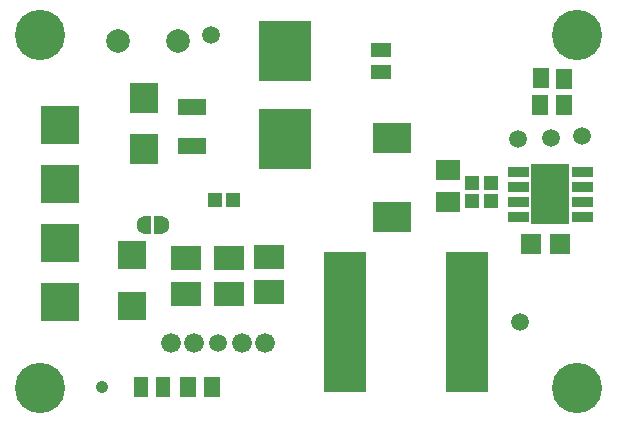
<source format=gts>
G04 DesignSpark PCB Gerber Version 12.0 Build 5942*
%FSLAX35Y35*%
%MOMM*%
%ADD128R,1.15400X1.65400*%
%ADD130R,1.19400X1.27400*%
%ADD114R,1.45400X1.77800*%
%ADD129R,2.40400X2.45400*%
%ADD121R,2.40400X2.55400*%
%ADD118R,3.20400X5.15400*%
%ADD116R,3.60400X11.85400*%
%ADD123R,4.40400X5.08000*%
%ADD112R,3.25400X3.25400*%
%ADD16C,0.02540*%
%ADD110C,1.05400*%
%ADD108C,1.06680*%
%ADD126C,1.49400*%
%ADD134C,1.50990*%
%ADD132C,1.51300*%
%ADD109C,1.67640*%
%ADD122C,2.00400*%
%AMT131*0 Bullet Pad at angle 90*4,1,34,0.63500,-0.75650,0.63500,0.75650,0.12150,0.75650,0.04500,0.75260,-0.03070,0.74100,-0.10490,0.72180,-0.17680,0.69520,-0.24560,0.66150,-0.31060,0.62100,-0.37120,0.57410,-0.42670,0.52130,-0.47660,0.46320,-0.52040,0.40030,-0.55760,0.33330,-0.58780,0.26290,-0.61080,0.18980,-0.62620,0.11470,-0.63400,0.03850,-0.63400,-0.03810,-0.62630,-0.11430,-0.61090,-0.18940,-0.58800,-0.26250,-0.55780,-0.33290,-0.52060,-0.39990,-0.47690,-0.46280,-0.42700,-0.52100,-0.37150,-0.57380,-0.31090,-0.62070,-0.24590,-0.66130,-0.17710,-0.69510,-0.10530,-0.72170,-0.03110,-0.74090,0.04460,-0.75250,0.12150,-0.75650,0.63500,-0.75650,0*%
%ADD131T131*%
%ADD117R,1.80400X0.85400*%
%ADD125R,1.23400X1.17400*%
%ADD127R,1.67400X1.25400*%
%ADD120R,2.45400X1.35400*%
%ADD119R,1.72720X1.67640*%
%ADD124R,2.07400X1.69400*%
%ADD113R,2.50400X2.00400*%
%ADD111C,4.25400*%
%ADD115R,3.32400X2.58400*%
%AMT133*0 Bullet Pad at angle 270*4,1,34,-0.63500,0.75500,-0.63500,-0.75500,-0.12000,-0.75500,-0.04360,-0.75110,0.03200,-0.73950,0.10600,-0.72030,0.17770,-0.69370,0.24630,-0.66000,0.31120,-0.61960,0.37170,-0.57280,0.42710,-0.52010,0.47690,-0.46210,0.52060,-0.39930,0.55770,-0.33240,0.58780,-0.26210,0.61070,-0.18920,0.62610,-0.11430,0.63380,-0.03820,0.63380,0.03830,0.62610,0.11440,0.61070,0.18930,0.58780,0.26220,0.55760,0.33250,0.52050,0.39930,0.47680,0.46200,0.42700,0.52000,0.37160,0.57270,0.31110,0.61950,0.24620,0.65990,0.17760,0.69360,0.10590,0.72010,0.03190,0.73930,-0.04370,0.75090,-0.12000,0.75500,-0.63500,0.75500,0*%
%ADD133T133*%
X0Y0D02*
D02*
D16*
X4285890Y1781130D02*
X4445890D01*
X4446190Y1781030D01*
X4446390D01*
X4446690Y1780930D01*
X4446890D01*
X4447190Y1780830D01*
X4447390Y1780730D01*
X4447690Y1780630D01*
X4447890Y1780430D01*
X4448090Y1780330D01*
X4448290Y1780130D01*
X4448490Y1780030D01*
X4449290Y1779230D01*
X4449390Y1779030D01*
X4449590Y1778830D01*
X4449690Y1778630D01*
X4449890Y1778430D01*
X4449990Y1778130D01*
X4450090Y1777930D01*
X4450190Y1777630D01*
Y1777430D01*
X4450290Y1777130D01*
Y1776930D01*
X4450390Y1776630D01*
Y1711630D01*
X4450290Y1711330D01*
Y1711130D01*
X4450190Y1710830D01*
Y1710630D01*
X4450090Y1710330D01*
X4449990Y1710130D01*
X4449890Y1709830D01*
X4449690Y1709630D01*
X4449590Y1709430D01*
X4449390Y1709230D01*
X4449290Y1709030D01*
X4448490Y1708230D01*
X4448290Y1708130D01*
X4448090Y1707930D01*
X4447890Y1707830D01*
X4447690Y1707630D01*
X4447390Y1707530D01*
X4447190Y1707430D01*
X4446890Y1707330D01*
X4446690D01*
X4446390Y1707230D01*
X4446190D01*
X4445890Y1707130D01*
X4285890D01*
X4285590Y1707230D01*
X4285390D01*
X4285090Y1707330D01*
X4284890D01*
X4284590Y1707430D01*
X4284390Y1707530D01*
X4284090Y1707630D01*
X4283890Y1707830D01*
X4283690Y1707930D01*
X4283490Y1708130D01*
X4283290Y1708230D01*
X4282490Y1709030D01*
X4282390Y1709230D01*
X4282190Y1709430D01*
X4282090Y1709630D01*
X4281890Y1709830D01*
X4281790Y1710130D01*
X4281690Y1710330D01*
X4281590Y1710630D01*
Y1710830D01*
X4281490Y1711130D01*
Y1711330D01*
X4281390Y1711630D01*
Y1776630D01*
X4281490Y1776930D01*
Y1777130D01*
X4281590Y1777430D01*
Y1777630D01*
X4281690Y1777930D01*
X4281790Y1778130D01*
X4281890Y1778430D01*
X4282090Y1778630D01*
X4282190Y1778830D01*
X4282390Y1779030D01*
X4282490Y1779230D01*
X4283290Y1780030D01*
X4283490Y1780130D01*
X4283690Y1780330D01*
X4283890Y1780430D01*
X4284090Y1780630D01*
X4284390Y1780730D01*
X4284590Y1780830D01*
X4284890Y1780930D01*
X4285090D01*
X4285390Y1781030D01*
X4285590D01*
X4285890Y1781130D01*
G36*
X4285890Y1781130D02*
X4445890D01*
X4446190Y1781030D01*
X4446390D01*
X4446690Y1780930D01*
X4446890D01*
X4447190Y1780830D01*
X4447390Y1780730D01*
X4447690Y1780630D01*
X4447890Y1780430D01*
X4448090Y1780330D01*
X4448290Y1780130D01*
X4448490Y1780030D01*
X4449290Y1779230D01*
X4449390Y1779030D01*
X4449590Y1778830D01*
X4449690Y1778630D01*
X4449890Y1778430D01*
X4449990Y1778130D01*
X4450090Y1777930D01*
X4450190Y1777630D01*
Y1777430D01*
X4450290Y1777130D01*
Y1776930D01*
X4450390Y1776630D01*
Y1711630D01*
X4450290Y1711330D01*
Y1711130D01*
X4450190Y1710830D01*
Y1710630D01*
X4450090Y1710330D01*
X4449990Y1710130D01*
X4449890Y1709830D01*
X4449690Y1709630D01*
X4449590Y1709430D01*
X4449390Y1709230D01*
X4449290Y1709030D01*
X4448490Y1708230D01*
X4448290Y1708130D01*
X4448090Y1707930D01*
X4447890Y1707830D01*
X4447690Y1707630D01*
X4447390Y1707530D01*
X4447190Y1707430D01*
X4446890Y1707330D01*
X4446690D01*
X4446390Y1707230D01*
X4446190D01*
X4445890Y1707130D01*
X4285890D01*
X4285590Y1707230D01*
X4285390D01*
X4285090Y1707330D01*
X4284890D01*
X4284590Y1707430D01*
X4284390Y1707530D01*
X4284090Y1707630D01*
X4283890Y1707830D01*
X4283690Y1707930D01*
X4283490Y1708130D01*
X4283290Y1708230D01*
X4282490Y1709030D01*
X4282390Y1709230D01*
X4282190Y1709430D01*
X4282090Y1709630D01*
X4281890Y1709830D01*
X4281790Y1710130D01*
X4281690Y1710330D01*
X4281590Y1710630D01*
Y1710830D01*
X4281490Y1711130D01*
Y1711330D01*
X4281390Y1711630D01*
Y1776630D01*
X4281490Y1776930D01*
Y1777130D01*
X4281590Y1777430D01*
Y1777630D01*
X4281690Y1777930D01*
X4281790Y1778130D01*
X4281890Y1778430D01*
X4282090Y1778630D01*
X4282190Y1778830D01*
X4282390Y1779030D01*
X4282490Y1779230D01*
X4283290Y1780030D01*
X4283490Y1780130D01*
X4283690Y1780330D01*
X4283890Y1780430D01*
X4284090Y1780630D01*
X4284390Y1780730D01*
X4284590Y1780830D01*
X4284890Y1780930D01*
X4285090D01*
X4285390Y1781030D01*
X4285590D01*
X4285890Y1781130D01*
G37*
Y1908130D02*
X4445890D01*
X4446190Y1908030D01*
X4446390D01*
X4446690Y1907930D01*
X4446890D01*
X4447190Y1907830D01*
X4447390Y1907730D01*
X4447690Y1907630D01*
X4447890Y1907430D01*
X4448090Y1907330D01*
X4448290Y1907130D01*
X4448490Y1907030D01*
X4449290Y1906230D01*
X4449390Y1906030D01*
X4449590Y1905830D01*
X4449690Y1905630D01*
X4449890Y1905430D01*
X4449990Y1905130D01*
X4450090Y1904930D01*
X4450190Y1904630D01*
Y1904430D01*
X4450290Y1904130D01*
Y1903930D01*
X4450390Y1903630D01*
Y1838630D01*
X4450290Y1838330D01*
Y1838130D01*
X4450190Y1837830D01*
Y1837630D01*
X4450090Y1837330D01*
X4449990Y1837130D01*
X4449890Y1836830D01*
X4449690Y1836630D01*
X4449590Y1836430D01*
X4449390Y1836230D01*
X4449290Y1836030D01*
X4448490Y1835230D01*
X4448290Y1835130D01*
X4448090Y1834930D01*
X4447890Y1834830D01*
X4447690Y1834630D01*
X4447390Y1834530D01*
X4447190Y1834430D01*
X4446890Y1834330D01*
X4446690D01*
X4446390Y1834230D01*
X4446190D01*
X4445890Y1834130D01*
X4285890D01*
X4285590Y1834230D01*
X4285390D01*
X4285090Y1834330D01*
X4284890D01*
X4284590Y1834430D01*
X4284390Y1834530D01*
X4284090Y1834630D01*
X4283890Y1834830D01*
X4283690Y1834930D01*
X4283490Y1835130D01*
X4283290Y1835230D01*
X4282490Y1836030D01*
X4282390Y1836230D01*
X4282190Y1836430D01*
X4282090Y1836630D01*
X4281890Y1836830D01*
X4281790Y1837130D01*
X4281690Y1837330D01*
X4281590Y1837630D01*
Y1837830D01*
X4281490Y1838130D01*
Y1838330D01*
X4281390Y1838630D01*
Y1903630D01*
X4281490Y1903930D01*
Y1904130D01*
X4281590Y1904430D01*
Y1904630D01*
X4281690Y1904930D01*
X4281790Y1905130D01*
X4281890Y1905430D01*
X4282090Y1905630D01*
X4282190Y1905830D01*
X4282390Y1906030D01*
X4282490Y1906230D01*
X4283290Y1907030D01*
X4283490Y1907130D01*
X4283690Y1907330D01*
X4283890Y1907430D01*
X4284090Y1907630D01*
X4284390Y1907730D01*
X4284590Y1907830D01*
X4284890Y1907930D01*
X4285090D01*
X4285390Y1908030D01*
X4285590D01*
X4285890Y1908130D01*
G36*
X4285890Y1908130D02*
X4445890D01*
X4446190Y1908030D01*
X4446390D01*
X4446690Y1907930D01*
X4446890D01*
X4447190Y1907830D01*
X4447390Y1907730D01*
X4447690Y1907630D01*
X4447890Y1907430D01*
X4448090Y1907330D01*
X4448290Y1907130D01*
X4448490Y1907030D01*
X4449290Y1906230D01*
X4449390Y1906030D01*
X4449590Y1905830D01*
X4449690Y1905630D01*
X4449890Y1905430D01*
X4449990Y1905130D01*
X4450090Y1904930D01*
X4450190Y1904630D01*
Y1904430D01*
X4450290Y1904130D01*
Y1903930D01*
X4450390Y1903630D01*
Y1838630D01*
X4450290Y1838330D01*
Y1838130D01*
X4450190Y1837830D01*
Y1837630D01*
X4450090Y1837330D01*
X4449990Y1837130D01*
X4449890Y1836830D01*
X4449690Y1836630D01*
X4449590Y1836430D01*
X4449390Y1836230D01*
X4449290Y1836030D01*
X4448490Y1835230D01*
X4448290Y1835130D01*
X4448090Y1834930D01*
X4447890Y1834830D01*
X4447690Y1834630D01*
X4447390Y1834530D01*
X4447190Y1834430D01*
X4446890Y1834330D01*
X4446690D01*
X4446390Y1834230D01*
X4446190D01*
X4445890Y1834130D01*
X4285890D01*
X4285590Y1834230D01*
X4285390D01*
X4285090Y1834330D01*
X4284890D01*
X4284590Y1834430D01*
X4284390Y1834530D01*
X4284090Y1834630D01*
X4283890Y1834830D01*
X4283690Y1834930D01*
X4283490Y1835130D01*
X4283290Y1835230D01*
X4282490Y1836030D01*
X4282390Y1836230D01*
X4282190Y1836430D01*
X4282090Y1836630D01*
X4281890Y1836830D01*
X4281790Y1837130D01*
X4281690Y1837330D01*
X4281590Y1837630D01*
Y1837830D01*
X4281490Y1838130D01*
Y1838330D01*
X4281390Y1838630D01*
Y1903630D01*
X4281490Y1903930D01*
Y1904130D01*
X4281590Y1904430D01*
Y1904630D01*
X4281690Y1904930D01*
X4281790Y1905130D01*
X4281890Y1905430D01*
X4282090Y1905630D01*
X4282190Y1905830D01*
X4282390Y1906030D01*
X4282490Y1906230D01*
X4283290Y1907030D01*
X4283490Y1907130D01*
X4283690Y1907330D01*
X4283890Y1907430D01*
X4284090Y1907630D01*
X4284390Y1907730D01*
X4284590Y1907830D01*
X4284890Y1907930D01*
X4285090D01*
X4285390Y1908030D01*
X4285590D01*
X4285890Y1908130D01*
G37*
Y2035130D02*
X4445890D01*
X4446190Y2035030D01*
X4446390D01*
X4446690Y2034930D01*
X4446890D01*
X4447190Y2034830D01*
X4447390Y2034730D01*
X4447690Y2034630D01*
X4447890Y2034430D01*
X4448090Y2034330D01*
X4448290Y2034130D01*
X4448490Y2034030D01*
X4449290Y2033230D01*
X4449390Y2033030D01*
X4449590Y2032830D01*
X4449690Y2032630D01*
X4449890Y2032430D01*
X4449990Y2032130D01*
X4450090Y2031930D01*
X4450190Y2031630D01*
Y2031430D01*
X4450290Y2031130D01*
Y2030930D01*
X4450390Y2030630D01*
Y1965630D01*
X4450290Y1965330D01*
Y1965130D01*
X4450190Y1964830D01*
Y1964630D01*
X4450090Y1964330D01*
X4449990Y1964130D01*
X4449890Y1963830D01*
X4449690Y1963630D01*
X4449590Y1963430D01*
X4449390Y1963230D01*
X4449290Y1963030D01*
X4448490Y1962230D01*
X4448290Y1962130D01*
X4448090Y1961930D01*
X4447890Y1961830D01*
X4447690Y1961630D01*
X4447390Y1961530D01*
X4447190Y1961430D01*
X4446890Y1961330D01*
X4446690D01*
X4446390Y1961230D01*
X4446190D01*
X4445890Y1961130D01*
X4285890D01*
X4285590Y1961230D01*
X4285390D01*
X4285090Y1961330D01*
X4284890D01*
X4284590Y1961430D01*
X4284390Y1961530D01*
X4284090Y1961630D01*
X4283890Y1961830D01*
X4283690Y1961930D01*
X4283490Y1962130D01*
X4283290Y1962230D01*
X4282490Y1963030D01*
X4282390Y1963230D01*
X4282190Y1963430D01*
X4282090Y1963630D01*
X4281890Y1963830D01*
X4281790Y1964130D01*
X4281690Y1964330D01*
X4281590Y1964630D01*
Y1964830D01*
X4281490Y1965130D01*
Y1965330D01*
X4281390Y1965630D01*
Y2030630D01*
X4281490Y2030930D01*
Y2031130D01*
X4281590Y2031430D01*
Y2031630D01*
X4281690Y2031930D01*
X4281790Y2032130D01*
X4281890Y2032430D01*
X4282090Y2032630D01*
X4282190Y2032830D01*
X4282390Y2033030D01*
X4282490Y2033230D01*
X4283290Y2034030D01*
X4283490Y2034130D01*
X4283690Y2034330D01*
X4283890Y2034430D01*
X4284090Y2034630D01*
X4284390Y2034730D01*
X4284590Y2034830D01*
X4284890Y2034930D01*
X4285090D01*
X4285390Y2035030D01*
X4285590D01*
X4285890Y2035130D01*
G36*
X4285890Y2035130D02*
X4445890D01*
X4446190Y2035030D01*
X4446390D01*
X4446690Y2034930D01*
X4446890D01*
X4447190Y2034830D01*
X4447390Y2034730D01*
X4447690Y2034630D01*
X4447890Y2034430D01*
X4448090Y2034330D01*
X4448290Y2034130D01*
X4448490Y2034030D01*
X4449290Y2033230D01*
X4449390Y2033030D01*
X4449590Y2032830D01*
X4449690Y2032630D01*
X4449890Y2032430D01*
X4449990Y2032130D01*
X4450090Y2031930D01*
X4450190Y2031630D01*
Y2031430D01*
X4450290Y2031130D01*
Y2030930D01*
X4450390Y2030630D01*
Y1965630D01*
X4450290Y1965330D01*
Y1965130D01*
X4450190Y1964830D01*
Y1964630D01*
X4450090Y1964330D01*
X4449990Y1964130D01*
X4449890Y1963830D01*
X4449690Y1963630D01*
X4449590Y1963430D01*
X4449390Y1963230D01*
X4449290Y1963030D01*
X4448490Y1962230D01*
X4448290Y1962130D01*
X4448090Y1961930D01*
X4447890Y1961830D01*
X4447690Y1961630D01*
X4447390Y1961530D01*
X4447190Y1961430D01*
X4446890Y1961330D01*
X4446690D01*
X4446390Y1961230D01*
X4446190D01*
X4445890Y1961130D01*
X4285890D01*
X4285590Y1961230D01*
X4285390D01*
X4285090Y1961330D01*
X4284890D01*
X4284590Y1961430D01*
X4284390Y1961530D01*
X4284090Y1961630D01*
X4283890Y1961830D01*
X4283690Y1961930D01*
X4283490Y1962130D01*
X4283290Y1962230D01*
X4282490Y1963030D01*
X4282390Y1963230D01*
X4282190Y1963430D01*
X4282090Y1963630D01*
X4281890Y1963830D01*
X4281790Y1964130D01*
X4281690Y1964330D01*
X4281590Y1964630D01*
Y1964830D01*
X4281490Y1965130D01*
Y1965330D01*
X4281390Y1965630D01*
Y2030630D01*
X4281490Y2030930D01*
Y2031130D01*
X4281590Y2031430D01*
Y2031630D01*
X4281690Y2031930D01*
X4281790Y2032130D01*
X4281890Y2032430D01*
X4282090Y2032630D01*
X4282190Y2032830D01*
X4282390Y2033030D01*
X4282490Y2033230D01*
X4283290Y2034030D01*
X4283490Y2034130D01*
X4283690Y2034330D01*
X4283890Y2034430D01*
X4284090Y2034630D01*
X4284390Y2034730D01*
X4284590Y2034830D01*
X4284890Y2034930D01*
X4285090D01*
X4285390Y2035030D01*
X4285590D01*
X4285890Y2035130D01*
G37*
Y2162130D02*
X4445890D01*
X4446190Y2162030D01*
X4446390D01*
X4446690Y2161930D01*
X4446890D01*
X4447190Y2161830D01*
X4447390Y2161730D01*
X4447690Y2161630D01*
X4447890Y2161430D01*
X4448090Y2161330D01*
X4448290Y2161130D01*
X4448490Y2161030D01*
X4449290Y2160230D01*
X4449390Y2160030D01*
X4449590Y2159830D01*
X4449690Y2159630D01*
X4449890Y2159430D01*
X4449990Y2159130D01*
X4450090Y2158930D01*
X4450190Y2158630D01*
Y2158430D01*
X4450290Y2158130D01*
Y2157930D01*
X4450390Y2157630D01*
Y2092630D01*
X4450290Y2092330D01*
Y2092130D01*
X4450190Y2091830D01*
Y2091630D01*
X4450090Y2091330D01*
X4449990Y2091130D01*
X4449890Y2090830D01*
X4449690Y2090630D01*
X4449590Y2090430D01*
X4449390Y2090230D01*
X4449290Y2090030D01*
X4448490Y2089230D01*
X4448290Y2089130D01*
X4448090Y2088930D01*
X4447890Y2088830D01*
X4447690Y2088630D01*
X4447390Y2088530D01*
X4447190Y2088430D01*
X4446890Y2088330D01*
X4446690D01*
X4446390Y2088230D01*
X4446190D01*
X4445890Y2088130D01*
X4285890D01*
X4285590Y2088230D01*
X4285390D01*
X4285090Y2088330D01*
X4284890D01*
X4284590Y2088430D01*
X4284390Y2088530D01*
X4284090Y2088630D01*
X4283890Y2088830D01*
X4283690Y2088930D01*
X4283490Y2089130D01*
X4283290Y2089230D01*
X4282490Y2090030D01*
X4282390Y2090230D01*
X4282190Y2090430D01*
X4282090Y2090630D01*
X4281890Y2090830D01*
X4281790Y2091130D01*
X4281690Y2091330D01*
X4281590Y2091630D01*
Y2091830D01*
X4281490Y2092130D01*
Y2092330D01*
X4281390Y2092630D01*
Y2157630D01*
X4281490Y2157930D01*
Y2158130D01*
X4281590Y2158430D01*
Y2158630D01*
X4281690Y2158930D01*
X4281790Y2159130D01*
X4281890Y2159430D01*
X4282090Y2159630D01*
X4282190Y2159830D01*
X4282390Y2160030D01*
X4282490Y2160230D01*
X4283290Y2161030D01*
X4283490Y2161130D01*
X4283690Y2161330D01*
X4283890Y2161430D01*
X4284090Y2161630D01*
X4284390Y2161730D01*
X4284590Y2161830D01*
X4284890Y2161930D01*
X4285090D01*
X4285390Y2162030D01*
X4285590D01*
X4285890Y2162130D01*
G36*
X4285890Y2162130D02*
X4445890D01*
X4446190Y2162030D01*
X4446390D01*
X4446690Y2161930D01*
X4446890D01*
X4447190Y2161830D01*
X4447390Y2161730D01*
X4447690Y2161630D01*
X4447890Y2161430D01*
X4448090Y2161330D01*
X4448290Y2161130D01*
X4448490Y2161030D01*
X4449290Y2160230D01*
X4449390Y2160030D01*
X4449590Y2159830D01*
X4449690Y2159630D01*
X4449890Y2159430D01*
X4449990Y2159130D01*
X4450090Y2158930D01*
X4450190Y2158630D01*
Y2158430D01*
X4450290Y2158130D01*
Y2157930D01*
X4450390Y2157630D01*
Y2092630D01*
X4450290Y2092330D01*
Y2092130D01*
X4450190Y2091830D01*
Y2091630D01*
X4450090Y2091330D01*
X4449990Y2091130D01*
X4449890Y2090830D01*
X4449690Y2090630D01*
X4449590Y2090430D01*
X4449390Y2090230D01*
X4449290Y2090030D01*
X4448490Y2089230D01*
X4448290Y2089130D01*
X4448090Y2088930D01*
X4447890Y2088830D01*
X4447690Y2088630D01*
X4447390Y2088530D01*
X4447190Y2088430D01*
X4446890Y2088330D01*
X4446690D01*
X4446390Y2088230D01*
X4446190D01*
X4445890Y2088130D01*
X4285890D01*
X4285590Y2088230D01*
X4285390D01*
X4285090Y2088330D01*
X4284890D01*
X4284590Y2088430D01*
X4284390Y2088530D01*
X4284090Y2088630D01*
X4283890Y2088830D01*
X4283690Y2088930D01*
X4283490Y2089130D01*
X4283290Y2089230D01*
X4282490Y2090030D01*
X4282390Y2090230D01*
X4282190Y2090430D01*
X4282090Y2090630D01*
X4281890Y2090830D01*
X4281790Y2091130D01*
X4281690Y2091330D01*
X4281590Y2091630D01*
Y2091830D01*
X4281490Y2092130D01*
Y2092330D01*
X4281390Y2092630D01*
Y2157630D01*
X4281490Y2157930D01*
Y2158130D01*
X4281590Y2158430D01*
Y2158630D01*
X4281690Y2158930D01*
X4281790Y2159130D01*
X4281890Y2159430D01*
X4282090Y2159630D01*
X4282190Y2159830D01*
X4282390Y2160030D01*
X4282490Y2160230D01*
X4283290Y2161030D01*
X4283490Y2161130D01*
X4283690Y2161330D01*
X4283890Y2161430D01*
X4284090Y2161630D01*
X4284390Y2161730D01*
X4284590Y2161830D01*
X4284890Y2161930D01*
X4285090D01*
X4285390Y2162030D01*
X4285590D01*
X4285890Y2162130D01*
G37*
X4765890Y1779630D02*
X4505890D01*
Y2089630D01*
X4765890D01*
Y1779630D01*
G36*
X4765890Y1779630D02*
X4505890D01*
Y2089630D01*
X4765890D01*
Y1779630D01*
G37*
X4825890Y1781130D02*
X4985890D01*
X4986190Y1781030D01*
X4986390D01*
X4986690Y1780930D01*
X4986890D01*
X4987190Y1780830D01*
X4987390Y1780730D01*
X4987690Y1780630D01*
X4987890Y1780430D01*
X4988090Y1780330D01*
X4988290Y1780130D01*
X4988490Y1780030D01*
X4989290Y1779230D01*
X4989390Y1779030D01*
X4989590Y1778830D01*
X4989690Y1778630D01*
X4989890Y1778430D01*
X4989990Y1778130D01*
X4990090Y1777930D01*
X4990190Y1777630D01*
Y1777430D01*
X4990290Y1777130D01*
Y1776930D01*
X4990390Y1776630D01*
Y1711630D01*
X4990290Y1711330D01*
Y1711130D01*
X4990190Y1710830D01*
Y1710630D01*
X4990090Y1710330D01*
X4989990Y1710130D01*
X4989890Y1709830D01*
X4989690Y1709630D01*
X4989590Y1709430D01*
X4989390Y1709230D01*
X4989290Y1709030D01*
X4988490Y1708230D01*
X4988290Y1708130D01*
X4988090Y1707930D01*
X4987890Y1707830D01*
X4987690Y1707630D01*
X4987390Y1707530D01*
X4987190Y1707430D01*
X4986890Y1707330D01*
X4986690D01*
X4986390Y1707230D01*
X4986190D01*
X4985890Y1707130D01*
X4825890D01*
X4825590Y1707230D01*
X4825390D01*
X4825090Y1707330D01*
X4824890D01*
X4824590Y1707430D01*
X4824390Y1707530D01*
X4824090Y1707630D01*
X4823890Y1707830D01*
X4823690Y1707930D01*
X4823490Y1708130D01*
X4823290Y1708230D01*
X4822490Y1709030D01*
X4822390Y1709230D01*
X4822190Y1709430D01*
X4822090Y1709630D01*
X4821890Y1709830D01*
X4821790Y1710130D01*
X4821690Y1710330D01*
X4821590Y1710630D01*
Y1710830D01*
X4821490Y1711130D01*
Y1711330D01*
X4821390Y1711630D01*
Y1776630D01*
X4821490Y1776930D01*
Y1777130D01*
X4821590Y1777430D01*
Y1777630D01*
X4821690Y1777930D01*
X4821790Y1778130D01*
X4821890Y1778430D01*
X4822090Y1778630D01*
X4822190Y1778830D01*
X4822390Y1779030D01*
X4822490Y1779230D01*
X4823290Y1780030D01*
X4823490Y1780130D01*
X4823690Y1780330D01*
X4823890Y1780430D01*
X4824090Y1780630D01*
X4824390Y1780730D01*
X4824590Y1780830D01*
X4824890Y1780930D01*
X4825090D01*
X4825390Y1781030D01*
X4825590D01*
X4825890Y1781130D01*
G36*
X4825890Y1781130D02*
X4985890D01*
X4986190Y1781030D01*
X4986390D01*
X4986690Y1780930D01*
X4986890D01*
X4987190Y1780830D01*
X4987390Y1780730D01*
X4987690Y1780630D01*
X4987890Y1780430D01*
X4988090Y1780330D01*
X4988290Y1780130D01*
X4988490Y1780030D01*
X4989290Y1779230D01*
X4989390Y1779030D01*
X4989590Y1778830D01*
X4989690Y1778630D01*
X4989890Y1778430D01*
X4989990Y1778130D01*
X4990090Y1777930D01*
X4990190Y1777630D01*
Y1777430D01*
X4990290Y1777130D01*
Y1776930D01*
X4990390Y1776630D01*
Y1711630D01*
X4990290Y1711330D01*
Y1711130D01*
X4990190Y1710830D01*
Y1710630D01*
X4990090Y1710330D01*
X4989990Y1710130D01*
X4989890Y1709830D01*
X4989690Y1709630D01*
X4989590Y1709430D01*
X4989390Y1709230D01*
X4989290Y1709030D01*
X4988490Y1708230D01*
X4988290Y1708130D01*
X4988090Y1707930D01*
X4987890Y1707830D01*
X4987690Y1707630D01*
X4987390Y1707530D01*
X4987190Y1707430D01*
X4986890Y1707330D01*
X4986690D01*
X4986390Y1707230D01*
X4986190D01*
X4985890Y1707130D01*
X4825890D01*
X4825590Y1707230D01*
X4825390D01*
X4825090Y1707330D01*
X4824890D01*
X4824590Y1707430D01*
X4824390Y1707530D01*
X4824090Y1707630D01*
X4823890Y1707830D01*
X4823690Y1707930D01*
X4823490Y1708130D01*
X4823290Y1708230D01*
X4822490Y1709030D01*
X4822390Y1709230D01*
X4822190Y1709430D01*
X4822090Y1709630D01*
X4821890Y1709830D01*
X4821790Y1710130D01*
X4821690Y1710330D01*
X4821590Y1710630D01*
Y1710830D01*
X4821490Y1711130D01*
Y1711330D01*
X4821390Y1711630D01*
Y1776630D01*
X4821490Y1776930D01*
Y1777130D01*
X4821590Y1777430D01*
Y1777630D01*
X4821690Y1777930D01*
X4821790Y1778130D01*
X4821890Y1778430D01*
X4822090Y1778630D01*
X4822190Y1778830D01*
X4822390Y1779030D01*
X4822490Y1779230D01*
X4823290Y1780030D01*
X4823490Y1780130D01*
X4823690Y1780330D01*
X4823890Y1780430D01*
X4824090Y1780630D01*
X4824390Y1780730D01*
X4824590Y1780830D01*
X4824890Y1780930D01*
X4825090D01*
X4825390Y1781030D01*
X4825590D01*
X4825890Y1781130D01*
G37*
Y1908130D02*
X4985890D01*
X4986190Y1908030D01*
X4986390D01*
X4986690Y1907930D01*
X4986890D01*
X4987190Y1907830D01*
X4987390Y1907730D01*
X4987690Y1907630D01*
X4987890Y1907430D01*
X4988090Y1907330D01*
X4988290Y1907130D01*
X4988490Y1907030D01*
X4989290Y1906230D01*
X4989390Y1906030D01*
X4989590Y1905830D01*
X4989690Y1905630D01*
X4989890Y1905430D01*
X4989990Y1905130D01*
X4990090Y1904930D01*
X4990190Y1904630D01*
Y1904430D01*
X4990290Y1904130D01*
Y1903930D01*
X4990390Y1903630D01*
Y1838630D01*
X4990290Y1838330D01*
Y1838130D01*
X4990190Y1837830D01*
Y1837630D01*
X4990090Y1837330D01*
X4989990Y1837130D01*
X4989890Y1836830D01*
X4989690Y1836630D01*
X4989590Y1836430D01*
X4989390Y1836230D01*
X4989290Y1836030D01*
X4988490Y1835230D01*
X4988290Y1835130D01*
X4988090Y1834930D01*
X4987890Y1834830D01*
X4987690Y1834630D01*
X4987390Y1834530D01*
X4987190Y1834430D01*
X4986890Y1834330D01*
X4986690D01*
X4986390Y1834230D01*
X4986190D01*
X4985890Y1834130D01*
X4825890D01*
X4825590Y1834230D01*
X4825390D01*
X4825090Y1834330D01*
X4824890D01*
X4824590Y1834430D01*
X4824390Y1834530D01*
X4824090Y1834630D01*
X4823890Y1834830D01*
X4823690Y1834930D01*
X4823490Y1835130D01*
X4823290Y1835230D01*
X4822490Y1836030D01*
X4822390Y1836230D01*
X4822190Y1836430D01*
X4822090Y1836630D01*
X4821890Y1836830D01*
X4821790Y1837130D01*
X4821690Y1837330D01*
X4821590Y1837630D01*
Y1837830D01*
X4821490Y1838130D01*
Y1838330D01*
X4821390Y1838630D01*
Y1903630D01*
X4821490Y1903930D01*
Y1904130D01*
X4821590Y1904430D01*
Y1904630D01*
X4821690Y1904930D01*
X4821790Y1905130D01*
X4821890Y1905430D01*
X4822090Y1905630D01*
X4822190Y1905830D01*
X4822390Y1906030D01*
X4822490Y1906230D01*
X4823290Y1907030D01*
X4823490Y1907130D01*
X4823690Y1907330D01*
X4823890Y1907430D01*
X4824090Y1907630D01*
X4824390Y1907730D01*
X4824590Y1907830D01*
X4824890Y1907930D01*
X4825090D01*
X4825390Y1908030D01*
X4825590D01*
X4825890Y1908130D01*
G36*
X4825890Y1908130D02*
X4985890D01*
X4986190Y1908030D01*
X4986390D01*
X4986690Y1907930D01*
X4986890D01*
X4987190Y1907830D01*
X4987390Y1907730D01*
X4987690Y1907630D01*
X4987890Y1907430D01*
X4988090Y1907330D01*
X4988290Y1907130D01*
X4988490Y1907030D01*
X4989290Y1906230D01*
X4989390Y1906030D01*
X4989590Y1905830D01*
X4989690Y1905630D01*
X4989890Y1905430D01*
X4989990Y1905130D01*
X4990090Y1904930D01*
X4990190Y1904630D01*
Y1904430D01*
X4990290Y1904130D01*
Y1903930D01*
X4990390Y1903630D01*
Y1838630D01*
X4990290Y1838330D01*
Y1838130D01*
X4990190Y1837830D01*
Y1837630D01*
X4990090Y1837330D01*
X4989990Y1837130D01*
X4989890Y1836830D01*
X4989690Y1836630D01*
X4989590Y1836430D01*
X4989390Y1836230D01*
X4989290Y1836030D01*
X4988490Y1835230D01*
X4988290Y1835130D01*
X4988090Y1834930D01*
X4987890Y1834830D01*
X4987690Y1834630D01*
X4987390Y1834530D01*
X4987190Y1834430D01*
X4986890Y1834330D01*
X4986690D01*
X4986390Y1834230D01*
X4986190D01*
X4985890Y1834130D01*
X4825890D01*
X4825590Y1834230D01*
X4825390D01*
X4825090Y1834330D01*
X4824890D01*
X4824590Y1834430D01*
X4824390Y1834530D01*
X4824090Y1834630D01*
X4823890Y1834830D01*
X4823690Y1834930D01*
X4823490Y1835130D01*
X4823290Y1835230D01*
X4822490Y1836030D01*
X4822390Y1836230D01*
X4822190Y1836430D01*
X4822090Y1836630D01*
X4821890Y1836830D01*
X4821790Y1837130D01*
X4821690Y1837330D01*
X4821590Y1837630D01*
Y1837830D01*
X4821490Y1838130D01*
Y1838330D01*
X4821390Y1838630D01*
Y1903630D01*
X4821490Y1903930D01*
Y1904130D01*
X4821590Y1904430D01*
Y1904630D01*
X4821690Y1904930D01*
X4821790Y1905130D01*
X4821890Y1905430D01*
X4822090Y1905630D01*
X4822190Y1905830D01*
X4822390Y1906030D01*
X4822490Y1906230D01*
X4823290Y1907030D01*
X4823490Y1907130D01*
X4823690Y1907330D01*
X4823890Y1907430D01*
X4824090Y1907630D01*
X4824390Y1907730D01*
X4824590Y1907830D01*
X4824890Y1907930D01*
X4825090D01*
X4825390Y1908030D01*
X4825590D01*
X4825890Y1908130D01*
G37*
Y2035130D02*
X4985890D01*
X4986190Y2035030D01*
X4986390D01*
X4986690Y2034930D01*
X4986890D01*
X4987190Y2034830D01*
X4987390Y2034730D01*
X4987690Y2034630D01*
X4987890Y2034430D01*
X4988090Y2034330D01*
X4988290Y2034130D01*
X4988490Y2034030D01*
X4989290Y2033230D01*
X4989390Y2033030D01*
X4989590Y2032830D01*
X4989690Y2032630D01*
X4989890Y2032430D01*
X4989990Y2032130D01*
X4990090Y2031930D01*
X4990190Y2031630D01*
Y2031430D01*
X4990290Y2031130D01*
Y2030930D01*
X4990390Y2030630D01*
Y1965630D01*
X4990290Y1965330D01*
Y1965130D01*
X4990190Y1964830D01*
Y1964630D01*
X4990090Y1964330D01*
X4989990Y1964130D01*
X4989890Y1963830D01*
X4989690Y1963630D01*
X4989590Y1963430D01*
X4989390Y1963230D01*
X4989290Y1963030D01*
X4988490Y1962230D01*
X4988290Y1962130D01*
X4988090Y1961930D01*
X4987890Y1961830D01*
X4987690Y1961630D01*
X4987390Y1961530D01*
X4987190Y1961430D01*
X4986890Y1961330D01*
X4986690D01*
X4986390Y1961230D01*
X4986190D01*
X4985890Y1961130D01*
X4825890D01*
X4825590Y1961230D01*
X4825390D01*
X4825090Y1961330D01*
X4824890D01*
X4824590Y1961430D01*
X4824390Y1961530D01*
X4824090Y1961630D01*
X4823890Y1961830D01*
X4823690Y1961930D01*
X4823490Y1962130D01*
X4823290Y1962230D01*
X4822490Y1963030D01*
X4822390Y1963230D01*
X4822190Y1963430D01*
X4822090Y1963630D01*
X4821890Y1963830D01*
X4821790Y1964130D01*
X4821690Y1964330D01*
X4821590Y1964630D01*
Y1964830D01*
X4821490Y1965130D01*
Y1965330D01*
X4821390Y1965630D01*
Y2030630D01*
X4821490Y2030930D01*
Y2031130D01*
X4821590Y2031430D01*
Y2031630D01*
X4821690Y2031930D01*
X4821790Y2032130D01*
X4821890Y2032430D01*
X4822090Y2032630D01*
X4822190Y2032830D01*
X4822390Y2033030D01*
X4822490Y2033230D01*
X4823290Y2034030D01*
X4823490Y2034130D01*
X4823690Y2034330D01*
X4823890Y2034430D01*
X4824090Y2034630D01*
X4824390Y2034730D01*
X4824590Y2034830D01*
X4824890Y2034930D01*
X4825090D01*
X4825390Y2035030D01*
X4825590D01*
X4825890Y2035130D01*
G36*
X4825890Y2035130D02*
X4985890D01*
X4986190Y2035030D01*
X4986390D01*
X4986690Y2034930D01*
X4986890D01*
X4987190Y2034830D01*
X4987390Y2034730D01*
X4987690Y2034630D01*
X4987890Y2034430D01*
X4988090Y2034330D01*
X4988290Y2034130D01*
X4988490Y2034030D01*
X4989290Y2033230D01*
X4989390Y2033030D01*
X4989590Y2032830D01*
X4989690Y2032630D01*
X4989890Y2032430D01*
X4989990Y2032130D01*
X4990090Y2031930D01*
X4990190Y2031630D01*
Y2031430D01*
X4990290Y2031130D01*
Y2030930D01*
X4990390Y2030630D01*
Y1965630D01*
X4990290Y1965330D01*
Y1965130D01*
X4990190Y1964830D01*
Y1964630D01*
X4990090Y1964330D01*
X4989990Y1964130D01*
X4989890Y1963830D01*
X4989690Y1963630D01*
X4989590Y1963430D01*
X4989390Y1963230D01*
X4989290Y1963030D01*
X4988490Y1962230D01*
X4988290Y1962130D01*
X4988090Y1961930D01*
X4987890Y1961830D01*
X4987690Y1961630D01*
X4987390Y1961530D01*
X4987190Y1961430D01*
X4986890Y1961330D01*
X4986690D01*
X4986390Y1961230D01*
X4986190D01*
X4985890Y1961130D01*
X4825890D01*
X4825590Y1961230D01*
X4825390D01*
X4825090Y1961330D01*
X4824890D01*
X4824590Y1961430D01*
X4824390Y1961530D01*
X4824090Y1961630D01*
X4823890Y1961830D01*
X4823690Y1961930D01*
X4823490Y1962130D01*
X4823290Y1962230D01*
X4822490Y1963030D01*
X4822390Y1963230D01*
X4822190Y1963430D01*
X4822090Y1963630D01*
X4821890Y1963830D01*
X4821790Y1964130D01*
X4821690Y1964330D01*
X4821590Y1964630D01*
Y1964830D01*
X4821490Y1965130D01*
Y1965330D01*
X4821390Y1965630D01*
Y2030630D01*
X4821490Y2030930D01*
Y2031130D01*
X4821590Y2031430D01*
Y2031630D01*
X4821690Y2031930D01*
X4821790Y2032130D01*
X4821890Y2032430D01*
X4822090Y2032630D01*
X4822190Y2032830D01*
X4822390Y2033030D01*
X4822490Y2033230D01*
X4823290Y2034030D01*
X4823490Y2034130D01*
X4823690Y2034330D01*
X4823890Y2034430D01*
X4824090Y2034630D01*
X4824390Y2034730D01*
X4824590Y2034830D01*
X4824890Y2034930D01*
X4825090D01*
X4825390Y2035030D01*
X4825590D01*
X4825890Y2035130D01*
G37*
Y2162130D02*
X4985890D01*
X4986190Y2162030D01*
X4986390D01*
X4986690Y2161930D01*
X4986890D01*
X4987190Y2161830D01*
X4987390Y2161730D01*
X4987690Y2161630D01*
X4987890Y2161430D01*
X4988090Y2161330D01*
X4988290Y2161130D01*
X4988490Y2161030D01*
X4989290Y2160230D01*
X4989390Y2160030D01*
X4989590Y2159830D01*
X4989690Y2159630D01*
X4989890Y2159430D01*
X4989990Y2159130D01*
X4990090Y2158930D01*
X4990190Y2158630D01*
Y2158430D01*
X4990290Y2158130D01*
Y2157930D01*
X4990390Y2157630D01*
Y2092630D01*
X4990290Y2092330D01*
Y2092130D01*
X4990190Y2091830D01*
Y2091630D01*
X4990090Y2091330D01*
X4989990Y2091130D01*
X4989890Y2090830D01*
X4989690Y2090630D01*
X4989590Y2090430D01*
X4989390Y2090230D01*
X4989290Y2090030D01*
X4988490Y2089230D01*
X4988290Y2089130D01*
X4988090Y2088930D01*
X4987890Y2088830D01*
X4987690Y2088630D01*
X4987390Y2088530D01*
X4987190Y2088430D01*
X4986890Y2088330D01*
X4986690D01*
X4986390Y2088230D01*
X4986190D01*
X4985890Y2088130D01*
X4825890D01*
X4825590Y2088230D01*
X4825390D01*
X4825090Y2088330D01*
X4824890D01*
X4824590Y2088430D01*
X4824390Y2088530D01*
X4824090Y2088630D01*
X4823890Y2088830D01*
X4823690Y2088930D01*
X4823490Y2089130D01*
X4823290Y2089230D01*
X4822490Y2090030D01*
X4822390Y2090230D01*
X4822190Y2090430D01*
X4822090Y2090630D01*
X4821890Y2090830D01*
X4821790Y2091130D01*
X4821690Y2091330D01*
X4821590Y2091630D01*
Y2091830D01*
X4821490Y2092130D01*
Y2092330D01*
X4821390Y2092630D01*
Y2157630D01*
X4821490Y2157930D01*
Y2158130D01*
X4821590Y2158430D01*
Y2158630D01*
X4821690Y2158930D01*
X4821790Y2159130D01*
X4821890Y2159430D01*
X4822090Y2159630D01*
X4822190Y2159830D01*
X4822390Y2160030D01*
X4822490Y2160230D01*
X4823290Y2161030D01*
X4823490Y2161130D01*
X4823690Y2161330D01*
X4823890Y2161430D01*
X4824090Y2161630D01*
X4824390Y2161730D01*
X4824590Y2161830D01*
X4824890Y2161930D01*
X4825090D01*
X4825390Y2162030D01*
X4825590D01*
X4825890Y2162130D01*
G36*
X4825890Y2162130D02*
X4985890D01*
X4986190Y2162030D01*
X4986390D01*
X4986690Y2161930D01*
X4986890D01*
X4987190Y2161830D01*
X4987390Y2161730D01*
X4987690Y2161630D01*
X4987890Y2161430D01*
X4988090Y2161330D01*
X4988290Y2161130D01*
X4988490Y2161030D01*
X4989290Y2160230D01*
X4989390Y2160030D01*
X4989590Y2159830D01*
X4989690Y2159630D01*
X4989890Y2159430D01*
X4989990Y2159130D01*
X4990090Y2158930D01*
X4990190Y2158630D01*
Y2158430D01*
X4990290Y2158130D01*
Y2157930D01*
X4990390Y2157630D01*
Y2092630D01*
X4990290Y2092330D01*
Y2092130D01*
X4990190Y2091830D01*
Y2091630D01*
X4990090Y2091330D01*
X4989990Y2091130D01*
X4989890Y2090830D01*
X4989690Y2090630D01*
X4989590Y2090430D01*
X4989390Y2090230D01*
X4989290Y2090030D01*
X4988490Y2089230D01*
X4988290Y2089130D01*
X4988090Y2088930D01*
X4987890Y2088830D01*
X4987690Y2088630D01*
X4987390Y2088530D01*
X4987190Y2088430D01*
X4986890Y2088330D01*
X4986690D01*
X4986390Y2088230D01*
X4986190D01*
X4985890Y2088130D01*
X4825890D01*
X4825590Y2088230D01*
X4825390D01*
X4825090Y2088330D01*
X4824890D01*
X4824590Y2088430D01*
X4824390Y2088530D01*
X4824090Y2088630D01*
X4823890Y2088830D01*
X4823690Y2088930D01*
X4823490Y2089130D01*
X4823290Y2089230D01*
X4822490Y2090030D01*
X4822390Y2090230D01*
X4822190Y2090430D01*
X4822090Y2090630D01*
X4821890Y2090830D01*
X4821790Y2091130D01*
X4821690Y2091330D01*
X4821590Y2091630D01*
Y2091830D01*
X4821490Y2092130D01*
Y2092330D01*
X4821390Y2092630D01*
Y2157630D01*
X4821490Y2157930D01*
Y2158130D01*
X4821590Y2158430D01*
Y2158630D01*
X4821690Y2158930D01*
X4821790Y2159130D01*
X4821890Y2159430D01*
X4822090Y2159630D01*
X4822190Y2159830D01*
X4822390Y2160030D01*
X4822490Y2160230D01*
X4823290Y2161030D01*
X4823490Y2161130D01*
X4823690Y2161330D01*
X4823890Y2161430D01*
X4824090Y2161630D01*
X4824390Y2161730D01*
X4824590Y2161830D01*
X4824890Y2161930D01*
X4825090D01*
X4825390Y2162030D01*
X4825590D01*
X4825890Y2162130D01*
G37*
D02*
D108*
X845890Y304630D03*
X1605890Y2339630D03*
X4555890Y2694630D03*
Y2904630D03*
D02*
D109*
X1425900Y674630D03*
X1625890D03*
X2025890D03*
X2225890D03*
X2395530Y2401120D03*
X3775890Y1871030D03*
D02*
D110*
X4567890Y1784630D03*
Y1934630D03*
Y2084630D03*
X4697890Y1784630D03*
Y1934630D03*
Y2084630D03*
D02*
D111*
X316350Y296350D03*
Y3286350D03*
X4866350Y296350D03*
Y3286350D03*
D02*
D112*
X485890Y1024630D03*
Y1524630D03*
X486350Y2024630D03*
Y2524630D03*
D02*
D113*
X1555890Y1094630D03*
Y1394630D03*
X1915890Y1094630D03*
Y1394630D03*
X2255900Y1104630D03*
Y1404630D03*
D02*
D114*
X1574890Y304630D03*
X1774890Y303630D03*
X4554890Y2694630D03*
X4556890Y2915630D03*
X4754890Y2693630D03*
X4756890Y2914630D03*
D02*
D115*
X3295890Y1738130D03*
Y2411130D03*
D02*
D116*
X2900890Y854630D03*
X3930890D03*
D02*
D117*
X4365890Y1744130D03*
Y1871130D03*
Y1998130D03*
Y2125130D03*
X4905890Y1744130D03*
Y1871130D03*
Y1998130D03*
Y2125130D03*
D02*
D118*
X4635890Y1934630D03*
D02*
D119*
X4476430Y1512410D03*
X4717430D03*
D02*
D120*
X1605890Y2339630D03*
Y2669630D03*
D02*
D121*
X1195890Y2319630D03*
Y2749630D03*
D02*
D122*
X975890Y3234630D03*
X1483890D03*
D02*
D123*
X2395530Y2401120D03*
Y3148020D03*
D02*
D124*
X3775890Y1871030D03*
Y2138230D03*
D02*
D125*
X3975890Y1877130D03*
Y2032130D03*
X4135890Y1877130D03*
Y2032130D03*
D02*
D126*
X1765890Y3284630D03*
X1825890Y674630D03*
X4367430Y2404630D03*
X4385890Y854630D03*
X4645890Y2414630D03*
X4905890Y2424630D03*
D02*
D127*
X3205890Y2971130D03*
Y3158130D03*
D02*
D128*
X1171350Y304630D03*
X1361350D03*
D02*
D129*
X1095890Y984630D03*
Y1424630D03*
D02*
D130*
X1796890Y1884630D03*
X1954890D03*
D02*
D131*
X1200890Y1674630D03*
D02*
D133*
X1350890D03*
X0Y0D02*
M02*

</source>
